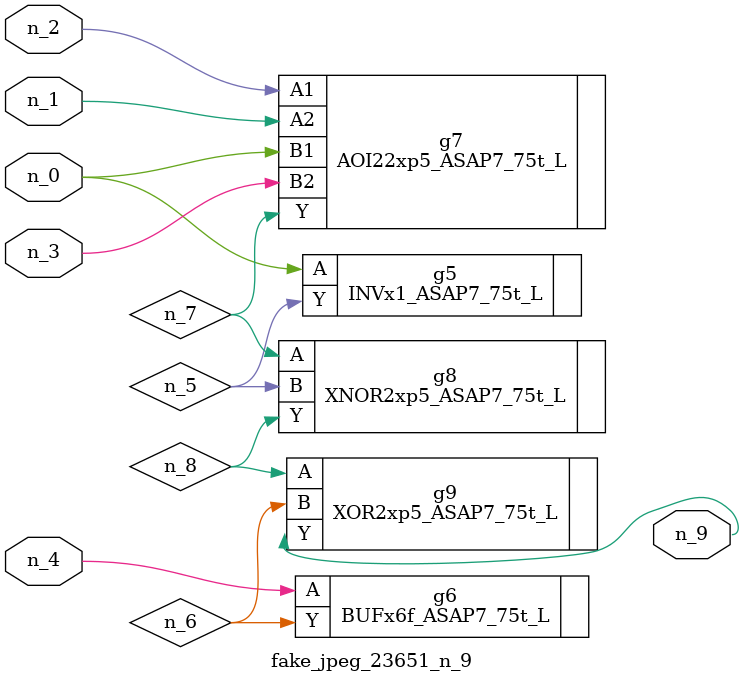
<source format=v>
module fake_jpeg_23651_n_9 (n_3, n_2, n_1, n_0, n_4, n_9);

input n_3;
input n_2;
input n_1;
input n_0;
input n_4;

output n_9;

wire n_8;
wire n_6;
wire n_5;
wire n_7;

INVx1_ASAP7_75t_L g5 ( 
.A(n_0),
.Y(n_5)
);

BUFx6f_ASAP7_75t_L g6 ( 
.A(n_4),
.Y(n_6)
);

AOI22xp5_ASAP7_75t_L g7 ( 
.A1(n_2),
.A2(n_1),
.B1(n_0),
.B2(n_3),
.Y(n_7)
);

XNOR2xp5_ASAP7_75t_L g8 ( 
.A(n_7),
.B(n_5),
.Y(n_8)
);

XOR2xp5_ASAP7_75t_L g9 ( 
.A(n_8),
.B(n_6),
.Y(n_9)
);


endmodule
</source>
